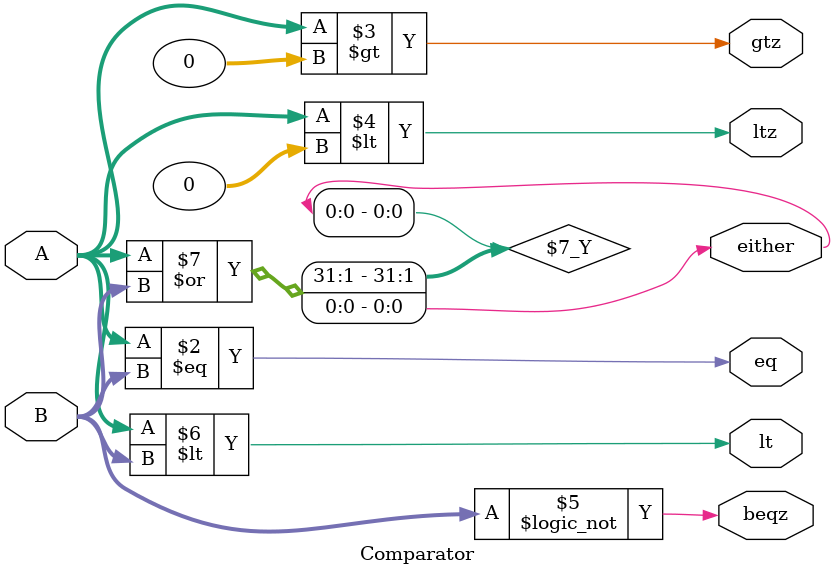
<source format=v>
`timescale 1ns / 1ps


module Comparator(A,B,eq,gtz,ltz,beqz,either,lt);
    input signed [31:0] A,B;
    output reg eq,gtz,ltz,beqz,either,lt;
    always @(*) begin
        eq = A==B;
        gtz = A>0;
        ltz = A<0;
        beqz = B==0;
        lt = A<B;
        either = A | B;
    end
endmodule

</source>
